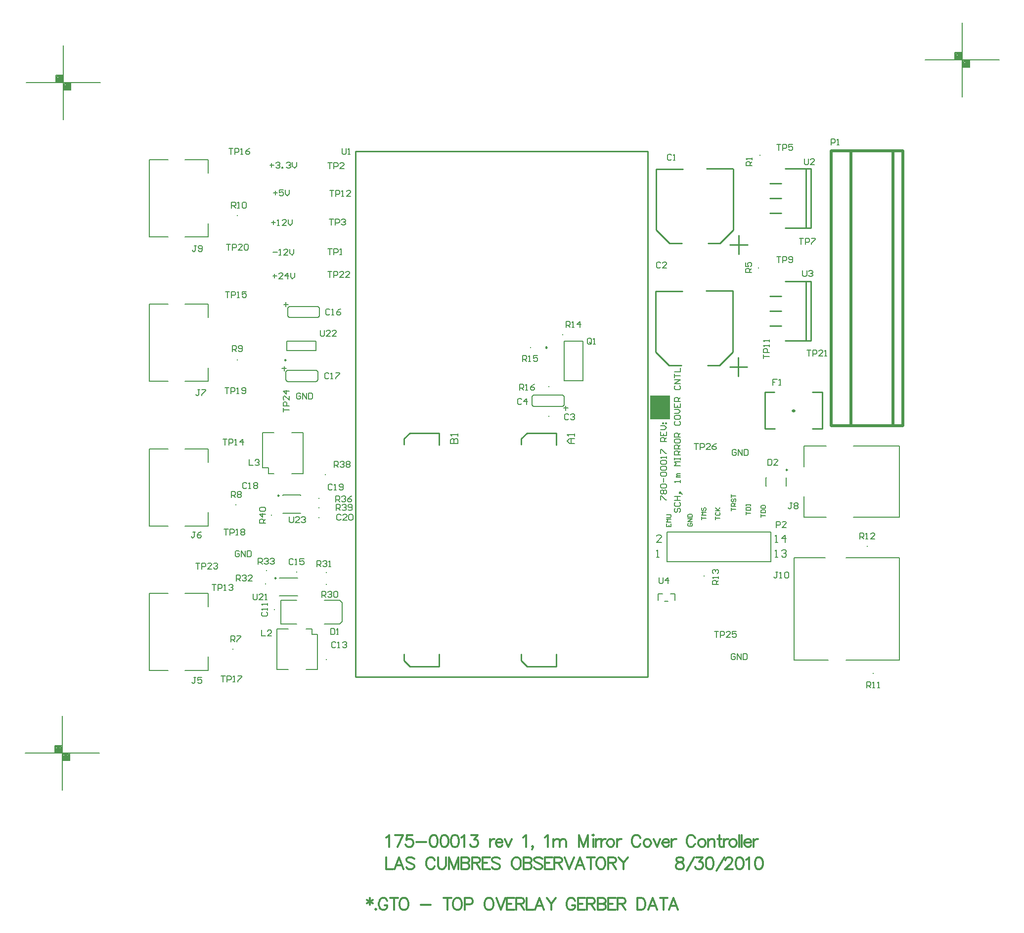
<source format=gto>
%FSLAX23Y23*%
%MOIN*%
G70*
G01*
G75*
G04 Layer_Color=65535*
%ADD10R,0.070X0.135*%
%ADD11R,0.135X0.070*%
%ADD12R,0.050X0.050*%
%ADD13O,0.028X0.098*%
%ADD14R,0.085X0.138*%
%ADD15R,0.085X0.043*%
%ADD16R,0.085X0.043*%
%ADD17R,0.078X0.048*%
%ADD18R,0.094X0.130*%
%ADD19R,0.050X0.050*%
%ADD20R,0.087X0.059*%
%ADD21O,0.024X0.010*%
%ADD22R,0.065X0.094*%
%ADD23R,0.035X0.053*%
%ADD24R,0.053X0.053*%
%ADD25R,0.063X0.075*%
%ADD26O,0.027X0.010*%
%ADD27R,0.036X0.036*%
%ADD28R,0.079X0.209*%
%ADD29R,0.115X0.050*%
%ADD30R,0.065X0.135*%
%ADD31R,0.098X0.268*%
%ADD32R,0.025X0.100*%
%ADD33R,0.057X0.012*%
%ADD34R,0.025X0.185*%
%ADD35C,0.008*%
%ADD36C,0.012*%
%ADD37C,0.010*%
%ADD38C,0.020*%
%ADD39C,0.005*%
%ADD40C,0.100*%
%ADD41C,0.030*%
%ADD42C,0.050*%
%ADD43C,0.025*%
%ADD44C,0.012*%
%ADD45C,0.012*%
%ADD46C,0.020*%
%ADD47R,0.059X0.059*%
%ADD48C,0.059*%
%ADD49C,0.087*%
%ADD50R,0.087X0.087*%
%ADD51C,0.079*%
%ADD52C,0.157*%
%ADD53C,0.060*%
%ADD54C,0.039*%
%ADD55C,0.200*%
%ADD56C,0.059*%
%ADD57R,0.059X0.059*%
%ADD58C,0.063*%
%ADD59C,0.116*%
%ADD60C,0.065*%
%ADD61C,0.100*%
%ADD62C,0.024*%
%ADD63C,0.026*%
%ADD64C,0.050*%
%ADD65C,0.040*%
%ADD66C,0.075*%
%ADD67C,0.087*%
%ADD68C,0.076*%
%ADD69C,0.131*%
%ADD70C,0.070*%
G04:AMPARAMS|DCode=71|XSize=90mil|YSize=90mil|CornerRadius=0mil|HoleSize=0mil|Usage=FLASHONLY|Rotation=0.000|XOffset=0mil|YOffset=0mil|HoleType=Round|Shape=Relief|Width=10mil|Gap=10mil|Entries=4|*
%AMTHD71*
7,0,0,0.090,0.070,0.010,45*
%
%ADD71THD71*%
%ADD72C,0.080*%
%ADD73C,0.131*%
%ADD74C,0.075*%
%ADD75C,0.168*%
%ADD76C,0.080*%
%ADD77C,0.103*%
G04:AMPARAMS|DCode=78|XSize=110mil|YSize=110mil|CornerRadius=0mil|HoleSize=0mil|Usage=FLASHONLY|Rotation=0.000|XOffset=0mil|YOffset=0mil|HoleType=Round|Shape=Relief|Width=10mil|Gap=10mil|Entries=4|*
%AMTHD78*
7,0,0,0.110,0.090,0.010,45*
%
%ADD78THD78*%
G04:AMPARAMS|DCode=79|XSize=70mil|YSize=70mil|CornerRadius=0mil|HoleSize=0mil|Usage=FLASHONLY|Rotation=0.000|XOffset=0mil|YOffset=0mil|HoleType=Round|Shape=Relief|Width=10mil|Gap=10mil|Entries=4|*
%AMTHD79*
7,0,0,0.070,0.050,0.010,45*
%
%ADD79THD79*%
%ADD80C,0.053*%
G04:AMPARAMS|DCode=81|XSize=120mil|YSize=120mil|CornerRadius=0mil|HoleSize=0mil|Usage=FLASHONLY|Rotation=0.000|XOffset=0mil|YOffset=0mil|HoleType=Round|Shape=Relief|Width=10mil|Gap=10mil|Entries=4|*
%AMTHD81*
7,0,0,0.120,0.100,0.010,45*
%
%ADD81THD81*%
%ADD82C,0.068*%
G04:AMPARAMS|DCode=83|XSize=95.433mil|YSize=95.433mil|CornerRadius=0mil|HoleSize=0mil|Usage=FLASHONLY|Rotation=0.000|XOffset=0mil|YOffset=0mil|HoleType=Round|Shape=Relief|Width=10mil|Gap=10mil|Entries=4|*
%AMTHD83*
7,0,0,0.095,0.075,0.010,45*
%
%ADD83THD83*%
G04:AMPARAMS|DCode=84|XSize=107.244mil|YSize=107.244mil|CornerRadius=0mil|HoleSize=0mil|Usage=FLASHONLY|Rotation=0.000|XOffset=0mil|YOffset=0mil|HoleType=Round|Shape=Relief|Width=10mil|Gap=10mil|Entries=4|*
%AMTHD84*
7,0,0,0.107,0.087,0.010,45*
%
%ADD84THD84*%
G04:AMPARAMS|DCode=85|XSize=96.221mil|YSize=96.221mil|CornerRadius=0mil|HoleSize=0mil|Usage=FLASHONLY|Rotation=0.000|XOffset=0mil|YOffset=0mil|HoleType=Round|Shape=Relief|Width=10mil|Gap=10mil|Entries=4|*
%AMTHD85*
7,0,0,0.096,0.076,0.010,45*
%
%ADD85THD85*%
G04:AMPARAMS|DCode=86|XSize=150.551mil|YSize=150.551mil|CornerRadius=0mil|HoleSize=0mil|Usage=FLASHONLY|Rotation=0.000|XOffset=0mil|YOffset=0mil|HoleType=Round|Shape=Relief|Width=10mil|Gap=10mil|Entries=4|*
%AMTHD86*
7,0,0,0.151,0.131,0.010,45*
%
%ADD86THD86*%
G04:AMPARAMS|DCode=87|XSize=100mil|YSize=100mil|CornerRadius=0mil|HoleSize=0mil|Usage=FLASHONLY|Rotation=0.000|XOffset=0mil|YOffset=0mil|HoleType=Round|Shape=Relief|Width=10mil|Gap=10mil|Entries=4|*
%AMTHD87*
7,0,0,0.100,0.080,0.010,45*
%
%ADD87THD87*%
G04:AMPARAMS|DCode=88|XSize=123mil|YSize=123mil|CornerRadius=0mil|HoleSize=0mil|Usage=FLASHONLY|Rotation=0.000|XOffset=0mil|YOffset=0mil|HoleType=Round|Shape=Relief|Width=10mil|Gap=10mil|Entries=4|*
%AMTHD88*
7,0,0,0.123,0.103,0.010,45*
%
%ADD88THD88*%
%ADD89C,0.090*%
G04:AMPARAMS|DCode=90|XSize=72.992mil|YSize=72.992mil|CornerRadius=0mil|HoleSize=0mil|Usage=FLASHONLY|Rotation=0.000|XOffset=0mil|YOffset=0mil|HoleType=Round|Shape=Relief|Width=10mil|Gap=10mil|Entries=4|*
%AMTHD90*
7,0,0,0.073,0.053,0.010,45*
%
%ADD90THD90*%
G04:AMPARAMS|DCode=91|XSize=88mil|YSize=88mil|CornerRadius=0mil|HoleSize=0mil|Usage=FLASHONLY|Rotation=0.000|XOffset=0mil|YOffset=0mil|HoleType=Round|Shape=Relief|Width=10mil|Gap=10mil|Entries=4|*
%AMTHD91*
7,0,0,0.088,0.068,0.010,45*
%
%ADD91THD91*%
%ADD92C,0.010*%
%ADD93C,0.010*%
%ADD94C,0.020*%
%ADD95C,0.008*%
%ADD96C,0.007*%
%ADD97C,0.006*%
%ADD98R,0.136X0.162*%
D35*
X12866Y13111D02*
X12856Y13107D01*
X12852Y13097D01*
Y13049D02*
X12856Y13039D01*
X12866Y13035D01*
X13054D02*
X13064Y13039D01*
X13068Y13049D01*
Y13097D02*
X13064Y13107D01*
X13054Y13111D01*
X12855Y12680D02*
X12845Y12676D01*
X12841Y12666D01*
Y12618D02*
X12845Y12608D01*
X12855Y12604D01*
X13043D02*
X13053Y12608D01*
X13057Y12618D01*
Y12666D02*
X13053Y12676D01*
X13043Y12680D01*
X14702Y12437D02*
X14712Y12441D01*
X14716Y12451D01*
Y12499D02*
X14712Y12509D01*
X14702Y12513D01*
X14514D02*
X14504Y12509D01*
X14500Y12499D01*
Y12451D02*
X14504Y12441D01*
X14514Y12437D01*
X13068Y13049D02*
Y13097D01*
X12852Y13049D02*
Y13097D01*
X12866Y13111D02*
X13054D01*
X12866Y13035D02*
X13054D01*
X13057Y12618D02*
Y12666D01*
X12841Y12618D02*
Y12666D01*
X12855Y12680D02*
X13043D01*
X12855Y12604D02*
X13043D01*
X14500Y12451D02*
Y12499D01*
X14716Y12451D02*
Y12499D01*
X14514Y12437D02*
X14702D01*
X14514Y12513D02*
X14702D01*
X15595Y12187D02*
X15622D01*
X15608D01*
Y12147D01*
X15635D02*
Y12187D01*
X15655D01*
X15662Y12181D01*
Y12167D01*
X15655Y12161D01*
X15635D01*
X15702Y12147D02*
X15675D01*
X15702Y12174D01*
Y12181D01*
X15695Y12187D01*
X15682D01*
X15675Y12181D01*
X15742Y12187D02*
X15728Y12181D01*
X15715Y12167D01*
Y12154D01*
X15722Y12147D01*
X15735D01*
X15742Y12154D01*
Y12161D01*
X15735Y12167D01*
X15715D01*
X15730Y10921D02*
X15756D01*
X15743D01*
Y10881D01*
X15770D02*
Y10921D01*
X15790D01*
X15796Y10914D01*
Y10901D01*
X15790Y10894D01*
X15770D01*
X15836Y10881D02*
X15810D01*
X15836Y10907D01*
Y10914D01*
X15829Y10921D01*
X15816D01*
X15810Y10914D01*
X15876Y10921D02*
X15849D01*
Y10901D01*
X15863Y10907D01*
X15869D01*
X15876Y10901D01*
Y10887D01*
X15869Y10881D01*
X15856D01*
X15849Y10887D01*
X12822Y12401D02*
Y12427D01*
Y12414D01*
X12862D01*
Y12441D02*
X12822D01*
Y12461D01*
X12828Y12467D01*
X12842D01*
X12848Y12461D01*
Y12441D01*
X12862Y12507D02*
Y12481D01*
X12835Y12507D01*
X12828D01*
X12822Y12501D01*
Y12487D01*
X12828Y12481D01*
X12862Y12541D02*
X12822D01*
X12842Y12521D01*
Y12547D01*
X12233Y11381D02*
X12260D01*
X12246D01*
Y11341D01*
X12273D02*
Y11381D01*
X12293D01*
X12300Y11375D01*
Y11361D01*
X12293Y11355D01*
X12273D01*
X12340Y11341D02*
X12313D01*
X12340Y11368D01*
Y11375D01*
X12333Y11381D01*
X12320D01*
X12313Y11375D01*
X12353D02*
X12360Y11381D01*
X12373D01*
X12380Y11375D01*
Y11368D01*
X12373Y11361D01*
X12366D01*
X12373D01*
X12380Y11355D01*
Y11348D01*
X12373Y11341D01*
X12360D01*
X12353Y11348D01*
X13124Y13347D02*
X13151D01*
X13137D01*
Y13307D01*
X13164D02*
Y13347D01*
X13184D01*
X13191Y13341D01*
Y13327D01*
X13184Y13321D01*
X13164D01*
X13231Y13307D02*
X13204D01*
X13231Y13334D01*
Y13341D01*
X13224Y13347D01*
X13211D01*
X13204Y13341D01*
X13271Y13307D02*
X13244D01*
X13271Y13334D01*
Y13341D01*
X13264Y13347D01*
X13251D01*
X13244Y13341D01*
X16353Y12816D02*
X16379D01*
X16366D01*
Y12776D01*
X16393D02*
Y12816D01*
X16413D01*
X16419Y12809D01*
Y12796D01*
X16413Y12789D01*
X16393D01*
X16459Y12776D02*
X16433D01*
X16459Y12802D01*
Y12809D01*
X16452Y12816D01*
X16439D01*
X16433Y12809D01*
X16472Y12776D02*
X16486D01*
X16479D01*
Y12816D01*
X16472Y12809D01*
X12439Y13531D02*
X12466D01*
X12452D01*
Y13491D01*
X12479D02*
Y13531D01*
X12499D01*
X12506Y13525D01*
Y13511D01*
X12499Y13505D01*
X12479D01*
X12546Y13491D02*
X12519D01*
X12546Y13518D01*
Y13525D01*
X12539Y13531D01*
X12526D01*
X12519Y13525D01*
X12559D02*
X12566Y13531D01*
X12579D01*
X12586Y13525D01*
Y13498D01*
X12579Y13491D01*
X12566D01*
X12559Y13498D01*
Y13525D01*
X12431Y12563D02*
X12458D01*
X12444D01*
Y12523D01*
X12471D02*
Y12563D01*
X12491D01*
X12498Y12557D01*
Y12543D01*
X12491Y12537D01*
X12471D01*
X12511Y12523D02*
X12524D01*
X12518D01*
Y12563D01*
X12511Y12557D01*
X12544Y12530D02*
X12551Y12523D01*
X12564D01*
X12571Y12530D01*
Y12557D01*
X12564Y12563D01*
X12551D01*
X12544Y12557D01*
Y12550D01*
X12551Y12543D01*
X12571D01*
X12425Y11608D02*
X12452D01*
X12438D01*
Y11568D01*
X12465D02*
Y11608D01*
X12485D01*
X12492Y11602D01*
Y11588D01*
X12485Y11582D01*
X12465D01*
X12505Y11568D02*
X12518D01*
X12512D01*
Y11608D01*
X12505Y11602D01*
X12538D02*
X12545Y11608D01*
X12558D01*
X12565Y11602D01*
Y11595D01*
X12558Y11588D01*
X12565Y11582D01*
Y11575D01*
X12558Y11568D01*
X12545D01*
X12538Y11575D01*
Y11582D01*
X12545Y11588D01*
X12538Y11595D01*
Y11602D01*
X12545Y11588D02*
X12558D01*
X12405Y10620D02*
X12432D01*
X12418D01*
Y10580D01*
X12445D02*
Y10620D01*
X12465D01*
X12472Y10614D01*
Y10600D01*
X12465Y10594D01*
X12445D01*
X12485Y10580D02*
X12498D01*
X12492D01*
Y10620D01*
X12485Y10614D01*
X12518Y10620D02*
X12545D01*
Y10614D01*
X12518Y10587D01*
Y10580D01*
X12456Y14175D02*
X12483D01*
X12469D01*
Y14135D01*
X12496D02*
Y14175D01*
X12516D01*
X12523Y14169D01*
Y14155D01*
X12516Y14149D01*
X12496D01*
X12536Y14135D02*
X12549D01*
X12543D01*
Y14175D01*
X12536Y14169D01*
X12596Y14175D02*
X12583Y14169D01*
X12569Y14155D01*
Y14142D01*
X12576Y14135D01*
X12589D01*
X12596Y14142D01*
Y14149D01*
X12589Y14155D01*
X12569D01*
X12433Y13211D02*
X12460D01*
X12446D01*
Y13171D01*
X12473D02*
Y13211D01*
X12493D01*
X12500Y13205D01*
Y13191D01*
X12493Y13185D01*
X12473D01*
X12513Y13171D02*
X12526D01*
X12520D01*
Y13211D01*
X12513Y13205D01*
X12573Y13211D02*
X12546D01*
Y13191D01*
X12560Y13198D01*
X12566D01*
X12573Y13191D01*
Y13178D01*
X12566Y13171D01*
X12553D01*
X12546Y13178D01*
X12416Y12215D02*
X12443D01*
X12429D01*
Y12175D01*
X12456D02*
Y12215D01*
X12476D01*
X12483Y12209D01*
Y12195D01*
X12476Y12189D01*
X12456D01*
X12496Y12175D02*
X12509D01*
X12503D01*
Y12215D01*
X12496Y12209D01*
X12549Y12175D02*
Y12215D01*
X12529Y12195D01*
X12556D01*
X12344Y11236D02*
X12371D01*
X12357D01*
Y11196D01*
X12384D02*
Y11236D01*
X12404D01*
X12411Y11230D01*
Y11216D01*
X12404Y11210D01*
X12384D01*
X12424Y11196D02*
X12437D01*
X12431D01*
Y11236D01*
X12424Y11230D01*
X12457D02*
X12464Y11236D01*
X12477D01*
X12484Y11230D01*
Y11223D01*
X12477Y11216D01*
X12471D01*
X12477D01*
X12484Y11210D01*
Y11203D01*
X12477Y11196D01*
X12464D01*
X12457Y11203D01*
X13136Y13892D02*
X13163D01*
X13149D01*
Y13852D01*
X13176D02*
Y13892D01*
X13196D01*
X13203Y13886D01*
Y13872D01*
X13196Y13866D01*
X13176D01*
X13216Y13852D02*
X13229D01*
X13223D01*
Y13892D01*
X13216Y13886D01*
X13276Y13852D02*
X13249D01*
X13276Y13879D01*
Y13886D01*
X13269Y13892D01*
X13256D01*
X13249Y13886D01*
X13072Y12948D02*
Y12915D01*
X13079Y12908D01*
X13092D01*
X13099Y12915D01*
Y12948D01*
X13139Y12908D02*
X13112D01*
X13139Y12935D01*
Y12942D01*
X13132Y12948D01*
X13119D01*
X13112Y12942D01*
X13179Y12908D02*
X13152D01*
X13179Y12935D01*
Y12942D01*
X13172Y12948D01*
X13159D01*
X13152Y12942D01*
X13125Y13500D02*
X13152D01*
X13138D01*
Y13460D01*
X13165D02*
Y13500D01*
X13185D01*
X13192Y13494D01*
Y13480D01*
X13185Y13474D01*
X13165D01*
X13205Y13460D02*
X13218D01*
X13212D01*
Y13500D01*
X13205Y13494D01*
X14416Y12545D02*
Y12585D01*
X14436D01*
X14443Y12579D01*
Y12565D01*
X14436Y12559D01*
X14416D01*
X14429D02*
X14443Y12545D01*
X14456D02*
X14469D01*
X14463D01*
Y12585D01*
X14456Y12579D01*
X14516Y12585D02*
X14503Y12579D01*
X14489Y12565D01*
Y12552D01*
X14496Y12545D01*
X14509D01*
X14516Y12552D01*
Y12559D01*
X14509Y12565D01*
X14489D01*
X14438Y12738D02*
Y12778D01*
X14458D01*
X14465Y12772D01*
Y12758D01*
X14458Y12752D01*
X14438D01*
X14451D02*
X14465Y12738D01*
X14478D02*
X14491D01*
X14485D01*
Y12778D01*
X14478Y12772D01*
X14538Y12778D02*
X14511D01*
Y12758D01*
X14525Y12765D01*
X14531D01*
X14538Y12758D01*
Y12745D01*
X14531Y12738D01*
X14518D01*
X14511Y12745D01*
X14731Y12969D02*
Y13009D01*
X14751D01*
X14758Y13003D01*
Y12989D01*
X14751Y12983D01*
X14731D01*
X14744D02*
X14758Y12969D01*
X14771D02*
X14784D01*
X14778D01*
Y13009D01*
X14771Y13003D01*
X14824Y12969D02*
Y13009D01*
X14804Y12989D01*
X14831D01*
X14900Y12864D02*
Y12891D01*
X14893Y12897D01*
X14880D01*
X14873Y12891D01*
Y12864D01*
X14880Y12857D01*
X14893D01*
X14886Y12871D02*
X14900Y12857D01*
X14893D02*
X14900Y12864D01*
X14913Y12857D02*
X14926D01*
X14920D01*
Y12897D01*
X14913Y12891D01*
X13131Y12657D02*
X13124Y12663D01*
X13111D01*
X13104Y12657D01*
Y12630D01*
X13111Y12623D01*
X13124D01*
X13131Y12630D01*
X13144Y12623D02*
X13157D01*
X13151D01*
Y12663D01*
X13144Y12657D01*
X13177Y12663D02*
X13204D01*
Y12657D01*
X13177Y12630D01*
Y12623D01*
X13137Y13088D02*
X13130Y13094D01*
X13117D01*
X13110Y13088D01*
Y13061D01*
X13117Y13054D01*
X13130D01*
X13137Y13061D01*
X13150Y13054D02*
X13163D01*
X13157D01*
Y13094D01*
X13150Y13088D01*
X13210Y13094D02*
X13197Y13088D01*
X13183Y13074D01*
Y13061D01*
X13190Y13054D01*
X13203D01*
X13210Y13061D01*
Y13068D01*
X13203Y13074D01*
X13183D01*
X14431Y12483D02*
X14424Y12489D01*
X14411D01*
X14404Y12483D01*
Y12456D01*
X14411Y12449D01*
X14424D01*
X14431Y12456D01*
X14464Y12449D02*
Y12489D01*
X14444Y12469D01*
X14471D01*
X14747Y12379D02*
X14740Y12385D01*
X14727D01*
X14720Y12379D01*
Y12352D01*
X14727Y12345D01*
X14740D01*
X14747Y12352D01*
X14760Y12379D02*
X14767Y12385D01*
X14780D01*
X14787Y12379D01*
Y12372D01*
X14780Y12365D01*
X14773D01*
X14780D01*
X14787Y12359D01*
Y12352D01*
X14780Y12345D01*
X14767D01*
X14760Y12352D01*
X13142Y10938D02*
Y10898D01*
X13162D01*
X13169Y10904D01*
Y10931D01*
X13162Y10938D01*
X13142D01*
X13182Y10898D02*
X13195D01*
X13189D01*
Y10938D01*
X13182Y10931D01*
X13125Y14080D02*
X13152D01*
X13138D01*
Y14040D01*
X13165D02*
Y14080D01*
X13185D01*
X13192Y14074D01*
Y14060D01*
X13185Y14054D01*
X13165D01*
X13232Y14040D02*
X13205D01*
X13232Y14067D01*
Y14074D01*
X13225Y14080D01*
X13212D01*
X13205Y14074D01*
X13178Y10843D02*
X13171Y10850D01*
X13158D01*
X13151Y10843D01*
Y10816D01*
X13158Y10810D01*
X13171D01*
X13178Y10816D01*
X13191Y10810D02*
X13204D01*
X13198D01*
Y10850D01*
X13191Y10843D01*
X13224D02*
X13231Y10850D01*
X13244D01*
X13251Y10843D01*
Y10836D01*
X13244Y10830D01*
X13238D01*
X13244D01*
X13251Y10823D01*
Y10816D01*
X13244Y10810D01*
X13231D01*
X13224Y10816D01*
X12889Y11404D02*
X12882Y11411D01*
X12869D01*
X12862Y11404D01*
Y11377D01*
X12869Y11371D01*
X12882D01*
X12889Y11377D01*
X12902Y11371D02*
X12915D01*
X12909D01*
Y11411D01*
X12902Y11404D01*
X12962Y11411D02*
X12935D01*
Y11391D01*
X12949Y11397D01*
X12955D01*
X12962Y11391D01*
Y11377D01*
X12955Y11371D01*
X12942D01*
X12935Y11377D01*
X12508Y11258D02*
Y11298D01*
X12528D01*
X12535Y11292D01*
Y11278D01*
X12528Y11272D01*
X12508D01*
X12521D02*
X12535Y11258D01*
X12548Y11292D02*
X12555Y11298D01*
X12568D01*
X12575Y11292D01*
Y11285D01*
X12568Y11278D01*
X12561D01*
X12568D01*
X12575Y11272D01*
Y11265D01*
X12568Y11258D01*
X12555D01*
X12548Y11265D01*
X12615Y11258D02*
X12588D01*
X12615Y11285D01*
Y11292D01*
X12608Y11298D01*
X12595D01*
X12588Y11292D01*
X12678Y10928D02*
Y10888D01*
X12705D01*
X12745D02*
X12718D01*
X12745Y10914D01*
Y10921D01*
X12738Y10928D01*
X12725D01*
X12718Y10921D01*
X13082Y11150D02*
Y11190D01*
X13102D01*
X13109Y11183D01*
Y11170D01*
X13102Y11163D01*
X13082D01*
X13095D02*
X13109Y11150D01*
X13122Y11183D02*
X13129Y11190D01*
X13142D01*
X13149Y11183D01*
Y11176D01*
X13142Y11170D01*
X13135D01*
X13142D01*
X13149Y11163D01*
Y11156D01*
X13142Y11150D01*
X13129D01*
X13122Y11156D01*
X13162Y11183D02*
X13169Y11190D01*
X13182D01*
X13189Y11183D01*
Y11156D01*
X13182Y11150D01*
X13169D01*
X13162Y11156D01*
Y11183D01*
X13049Y11356D02*
Y11396D01*
X13069D01*
X13076Y11389D01*
Y11376D01*
X13069Y11369D01*
X13049D01*
X13062D02*
X13076Y11356D01*
X13089Y11389D02*
X13096Y11396D01*
X13109D01*
X13116Y11389D01*
Y11382D01*
X13109Y11376D01*
X13102D01*
X13109D01*
X13116Y11369D01*
Y11362D01*
X13109Y11356D01*
X13096D01*
X13089Y11362D01*
X13129Y11356D02*
X13142D01*
X13136D01*
Y11396D01*
X13129Y11389D01*
X12620Y11172D02*
Y11138D01*
X12627Y11132D01*
X12640D01*
X12647Y11138D01*
Y11172D01*
X12687Y11132D02*
X12660D01*
X12687Y11158D01*
Y11165D01*
X12680Y11172D01*
X12667D01*
X12660Y11165D01*
X12700Y11132D02*
X12713D01*
X12707D01*
Y11172D01*
X12700Y11165D01*
X12655Y11374D02*
Y11414D01*
X12675D01*
X12682Y11407D01*
Y11394D01*
X12675Y11387D01*
X12655D01*
X12668D02*
X12682Y11374D01*
X12695Y11407D02*
X12702Y11414D01*
X12715D01*
X12722Y11407D01*
Y11400D01*
X12715Y11394D01*
X12708D01*
X12715D01*
X12722Y11387D01*
Y11380D01*
X12715Y11374D01*
X12702D01*
X12695Y11380D01*
X12735Y11407D02*
X12742Y11414D01*
X12755D01*
X12762Y11407D01*
Y11400D01*
X12755Y11394D01*
X12748D01*
X12755D01*
X12762Y11387D01*
Y11380D01*
X12755Y11374D01*
X12742D01*
X12735Y11380D01*
X12685Y11048D02*
X12678Y11042D01*
Y11028D01*
X12685Y11022D01*
X12711D01*
X12718Y11028D01*
Y11042D01*
X12711Y11048D01*
X12718Y11062D02*
Y11075D01*
Y11068D01*
X12678D01*
X12685Y11062D01*
X12718Y11095D02*
Y11108D01*
Y11102D01*
X12678D01*
X12685Y11095D01*
X12703Y11651D02*
X12663D01*
Y11671D01*
X12670Y11677D01*
X12683D01*
X12690Y11671D01*
Y11651D01*
Y11664D02*
X12703Y11677D01*
Y11711D02*
X12663D01*
X12683Y11691D01*
Y11717D01*
X12670Y11731D02*
X12663Y11737D01*
Y11751D01*
X12670Y11757D01*
X12697D01*
X12703Y11751D01*
Y11737D01*
X12697Y11731D01*
X12670D01*
X13212Y11702D02*
X13205Y11709D01*
X13192D01*
X13185Y11702D01*
Y11675D01*
X13192Y11669D01*
X13205D01*
X13212Y11675D01*
X13252Y11669D02*
X13225D01*
X13252Y11695D01*
Y11702D01*
X13245Y11709D01*
X13232D01*
X13225Y11702D01*
X13265D02*
X13272Y11709D01*
X13285D01*
X13292Y11702D01*
Y11675D01*
X13285Y11669D01*
X13272D01*
X13265Y11675D01*
Y11702D01*
X13178Y11794D02*
Y11834D01*
X13198D01*
X13205Y11827D01*
Y11814D01*
X13198Y11807D01*
X13178D01*
X13192D02*
X13205Y11794D01*
X13218Y11827D02*
X13225Y11834D01*
X13238D01*
X13245Y11827D01*
Y11820D01*
X13238Y11814D01*
X13232D01*
X13238D01*
X13245Y11807D01*
Y11800D01*
X13238Y11794D01*
X13225D01*
X13218Y11800D01*
X13285Y11834D02*
X13272Y11827D01*
X13258Y11814D01*
Y11800D01*
X13265Y11794D01*
X13278D01*
X13285Y11800D01*
Y11807D01*
X13278Y11814D01*
X13258D01*
X13155Y11906D02*
X13148Y11913D01*
X13135D01*
X13128Y11906D01*
Y11879D01*
X13135Y11873D01*
X13148D01*
X13155Y11879D01*
X13168Y11873D02*
X13181D01*
X13175D01*
Y11913D01*
X13168Y11906D01*
X13201Y11879D02*
X13208Y11873D01*
X13221D01*
X13228Y11879D01*
Y11906D01*
X13221Y11913D01*
X13208D01*
X13201Y11906D01*
Y11899D01*
X13208Y11893D01*
X13228D01*
X12577Y11917D02*
X12570Y11924D01*
X12557D01*
X12550Y11917D01*
Y11890D01*
X12557Y11884D01*
X12570D01*
X12577Y11890D01*
X12590Y11884D02*
X12604D01*
X12597D01*
Y11924D01*
X12590Y11917D01*
X12624D02*
X12630Y11924D01*
X12644D01*
X12650Y11917D01*
Y11910D01*
X12644Y11904D01*
X12650Y11897D01*
Y11890D01*
X12644Y11884D01*
X12630D01*
X12624Y11890D01*
Y11897D01*
X12630Y11904D01*
X12624Y11910D01*
Y11917D01*
X12630Y11904D02*
X12644D01*
X12594Y12078D02*
Y12038D01*
X12621D01*
X12634Y12071D02*
X12641Y12078D01*
X12654D01*
X12661Y12071D01*
Y12064D01*
X12654Y12058D01*
X12648D01*
X12654D01*
X12661Y12051D01*
Y12044D01*
X12654Y12038D01*
X12641D01*
X12634Y12044D01*
X13181Y11735D02*
Y11775D01*
X13201D01*
X13208Y11768D01*
Y11755D01*
X13201Y11748D01*
X13181D01*
X13195D02*
X13208Y11735D01*
X13221Y11768D02*
X13228Y11775D01*
X13241D01*
X13248Y11768D01*
Y11761D01*
X13241Y11755D01*
X13235D01*
X13241D01*
X13248Y11748D01*
Y11741D01*
X13241Y11735D01*
X13228D01*
X13221Y11741D01*
X13261D02*
X13268Y11735D01*
X13281D01*
X13288Y11741D01*
Y11768D01*
X13281Y11775D01*
X13268D01*
X13261Y11768D01*
Y11761D01*
X13268Y11755D01*
X13288D01*
X13166Y12026D02*
Y12066D01*
X13186D01*
X13193Y12060D01*
Y12046D01*
X13186Y12040D01*
X13166D01*
X13179D02*
X13193Y12026D01*
X13206Y12060D02*
X13213Y12066D01*
X13226D01*
X13233Y12060D01*
Y12053D01*
X13226Y12046D01*
X13219D01*
X13226D01*
X13233Y12040D01*
Y12033D01*
X13226Y12026D01*
X13213D01*
X13206Y12033D01*
X13246Y12060D02*
X13253Y12066D01*
X13266D01*
X13273Y12060D01*
Y12053D01*
X13266Y12046D01*
X13273Y12040D01*
Y12033D01*
X13266Y12026D01*
X13253D01*
X13246Y12033D01*
Y12040D01*
X13253Y12046D01*
X13246Y12053D01*
Y12060D01*
X13253Y12046D02*
X13266D01*
X12865Y11694D02*
Y11660D01*
X12872Y11654D01*
X12885D01*
X12892Y11660D01*
Y11694D01*
X12932Y11654D02*
X12905D01*
X12932Y11680D01*
Y11687D01*
X12925Y11694D01*
X12912D01*
X12905Y11687D01*
X12945D02*
X12952Y11694D01*
X12965D01*
X12972Y11687D01*
Y11680D01*
X12965Y11674D01*
X12959D01*
X12965D01*
X12972Y11667D01*
Y11660D01*
X12965Y11654D01*
X12952D01*
X12945Y11660D01*
X13135Y13699D02*
X13162D01*
X13148D01*
Y13659D01*
X13175D02*
Y13699D01*
X13195D01*
X13202Y13693D01*
Y13679D01*
X13195Y13673D01*
X13175D01*
X13215Y13693D02*
X13222Y13699D01*
X13235D01*
X13242Y13693D01*
Y13686D01*
X13235Y13679D01*
X13228D01*
X13235D01*
X13242Y13673D01*
Y13666D01*
X13235Y13659D01*
X13222D01*
X13215Y13666D01*
X15357Y11282D02*
Y11248D01*
X15363Y11242D01*
X15377D01*
X15383Y11248D01*
Y11282D01*
X15417Y11242D02*
Y11282D01*
X15397Y11262D01*
X15423D01*
X15758Y11235D02*
X15718D01*
Y11255D01*
X15725Y11262D01*
X15738D01*
X15745Y11255D01*
Y11235D01*
Y11249D02*
X15758Y11262D01*
Y11275D02*
Y11289D01*
Y11282D01*
X15718D01*
X15725Y11275D01*
Y11309D02*
X15718Y11315D01*
Y11329D01*
X15725Y11335D01*
X15731D01*
X15738Y11329D01*
Y11322D01*
Y11329D01*
X15745Y11335D01*
X15751D01*
X15758Y11329D01*
Y11315D01*
X15751Y11309D01*
X16709Y11542D02*
Y11582D01*
X16729D01*
X16736Y11576D01*
Y11562D01*
X16729Y11556D01*
X16709D01*
X16722D02*
X16736Y11542D01*
X16749D02*
X16762D01*
X16756D01*
Y11582D01*
X16749Y11576D01*
X16809Y11542D02*
X16782D01*
X16809Y11569D01*
Y11576D01*
X16802Y11582D01*
X16789D01*
X16782Y11576D01*
X16758Y10540D02*
Y10580D01*
X16778D01*
X16785Y10574D01*
Y10560D01*
X16778Y10554D01*
X16758D01*
X16771D02*
X16785Y10540D01*
X16798D02*
X16811D01*
X16805D01*
Y10580D01*
X16798Y10574D01*
X16831Y10540D02*
X16845D01*
X16838D01*
Y10580D01*
X16831Y10574D01*
X12475Y13774D02*
Y13814D01*
X12495D01*
X12502Y13808D01*
Y13794D01*
X12495Y13788D01*
X12475D01*
X12488D02*
X12502Y13774D01*
X12515D02*
X12528D01*
X12522D01*
Y13814D01*
X12515Y13808D01*
X12548D02*
X12555Y13814D01*
X12568D01*
X12575Y13808D01*
Y13781D01*
X12568Y13774D01*
X12555D01*
X12548Y13781D01*
Y13808D01*
X12480Y12806D02*
Y12846D01*
X12500D01*
X12507Y12840D01*
Y12826D01*
X12500Y12820D01*
X12480D01*
X12493D02*
X12507Y12806D01*
X12520Y12813D02*
X12527Y12806D01*
X12540D01*
X12547Y12813D01*
Y12840D01*
X12540Y12846D01*
X12527D01*
X12520Y12840D01*
Y12833D01*
X12527Y12826D01*
X12547D01*
X12473Y11823D02*
Y11863D01*
X12493D01*
X12500Y11857D01*
Y11843D01*
X12493Y11837D01*
X12473D01*
X12486D02*
X12500Y11823D01*
X12513Y11857D02*
X12520Y11863D01*
X12533D01*
X12540Y11857D01*
Y11850D01*
X12533Y11843D01*
X12540Y11837D01*
Y11830D01*
X12533Y11823D01*
X12520D01*
X12513Y11830D01*
Y11837D01*
X12520Y11843D01*
X12513Y11850D01*
Y11857D01*
X12520Y11843D02*
X12533D01*
X12471Y10850D02*
Y10890D01*
X12491D01*
X12498Y10884D01*
Y10870D01*
X12491Y10864D01*
X12471D01*
X12484D02*
X12498Y10850D01*
X12511Y10890D02*
X12538D01*
Y10884D01*
X12511Y10857D01*
Y10850D01*
X16147Y11621D02*
Y11661D01*
X16167D01*
X16174Y11655D01*
Y11641D01*
X16167Y11635D01*
X16147D01*
X16214Y11621D02*
X16187D01*
X16214Y11648D01*
Y11655D01*
X16207Y11661D01*
X16194D01*
X16187Y11655D01*
X16152Y12619D02*
X16125D01*
Y12599D01*
X16138D01*
X16125D01*
Y12579D01*
X16165D02*
X16178D01*
X16172D01*
Y12619D01*
X16165Y12613D01*
X15439Y14131D02*
X15432Y14137D01*
X15419D01*
X15412Y14131D01*
Y14104D01*
X15419Y14097D01*
X15432D01*
X15439Y14104D01*
X15452Y14097D02*
X15465D01*
X15459D01*
Y14137D01*
X15452Y14131D01*
X15366Y13403D02*
X15360Y13410D01*
X15346D01*
X15340Y13403D01*
Y13376D01*
X15346Y13370D01*
X15360D01*
X15366Y13376D01*
X15406Y13370D02*
X15380D01*
X15406Y13396D01*
Y13403D01*
X15400Y13410D01*
X15386D01*
X15380Y13403D01*
X16091Y12081D02*
Y12041D01*
X16111D01*
X16118Y12048D01*
Y12075D01*
X16111Y12081D01*
X16091D01*
X16158Y12041D02*
X16131D01*
X16158Y12068D01*
Y12075D01*
X16151Y12081D01*
X16138D01*
X16131Y12075D01*
X12235Y10608D02*
X12221D01*
X12228D01*
Y10575D01*
X12221Y10568D01*
X12215D01*
X12208Y10575D01*
X12275Y10608D02*
X12248D01*
Y10588D01*
X12261Y10595D01*
X12268D01*
X12275Y10588D01*
Y10575D01*
X12268Y10568D01*
X12255D01*
X12248Y10575D01*
X12229Y11591D02*
X12215D01*
X12222D01*
Y11558D01*
X12215Y11551D01*
X12209D01*
X12202Y11558D01*
X12269Y11591D02*
X12255Y11585D01*
X12242Y11571D01*
Y11558D01*
X12249Y11551D01*
X12262D01*
X12269Y11558D01*
Y11565D01*
X12262Y11571D01*
X12242D01*
X12261Y12549D02*
X12247D01*
X12254D01*
Y12516D01*
X12247Y12509D01*
X12241D01*
X12234Y12516D01*
X12274Y12549D02*
X12301D01*
Y12543D01*
X12274Y12516D01*
Y12509D01*
X16254Y11786D02*
X16240D01*
X16247D01*
Y11753D01*
X16240Y11746D01*
X16234D01*
X16227Y11753D01*
X16267Y11780D02*
X16274Y11786D01*
X16287D01*
X16294Y11780D01*
Y11773D01*
X16287Y11766D01*
X16294Y11760D01*
Y11753D01*
X16287Y11746D01*
X16274D01*
X16267Y11753D01*
Y11760D01*
X16274Y11766D01*
X16267Y11773D01*
Y11780D01*
X16274Y11766D02*
X16287D01*
X12237Y13521D02*
X12223D01*
X12230D01*
Y13488D01*
X12223Y13481D01*
X12217D01*
X12210Y13488D01*
X12250D02*
X12257Y13481D01*
X12270D01*
X12277Y13488D01*
Y13515D01*
X12270Y13521D01*
X12257D01*
X12250Y13515D01*
Y13508D01*
X12257Y13501D01*
X12277D01*
X16157Y11319D02*
X16143D01*
X16150D01*
Y11286D01*
X16143Y11279D01*
X16137D01*
X16130Y11286D01*
X16170Y11279D02*
X16183D01*
X16177D01*
Y11319D01*
X16170Y11313D01*
X16203D02*
X16210Y11319D01*
X16223D01*
X16230Y11313D01*
Y11286D01*
X16223Y11279D01*
X16210D01*
X16203Y11286D01*
Y11313D01*
X16517Y14199D02*
Y14239D01*
X16537D01*
X16544Y14233D01*
Y14219D01*
X16537Y14213D01*
X16517D01*
X16557Y14199D02*
X16570D01*
X16564D01*
Y14239D01*
X16557Y14233D01*
X15983Y14059D02*
X15943D01*
Y14079D01*
X15950Y14086D01*
X15963D01*
X15970Y14079D01*
Y14059D01*
Y14073D02*
X15983Y14086D01*
Y14099D02*
Y14113D01*
Y14106D01*
X15943D01*
X15950Y14099D01*
X15981Y13339D02*
X15941D01*
Y13359D01*
X15948Y13366D01*
X15961D01*
X15968Y13359D01*
Y13339D01*
Y13353D02*
X15981Y13366D01*
X15941Y13406D02*
Y13379D01*
X15961D01*
X15954Y13393D01*
Y13399D01*
X15961Y13406D01*
X15974D01*
X15981Y13399D01*
Y13386D01*
X15974Y13379D01*
X16149Y14203D02*
X16176D01*
X16162D01*
Y14163D01*
X16189D02*
Y14203D01*
X16209D01*
X16216Y14197D01*
Y14183D01*
X16209Y14177D01*
X16189D01*
X16256Y14203D02*
X16229D01*
Y14183D01*
X16242Y14190D01*
X16249D01*
X16256Y14183D01*
Y14170D01*
X16249Y14163D01*
X16236D01*
X16229Y14170D01*
X16302Y13568D02*
X16329D01*
X16315D01*
Y13528D01*
X16342D02*
Y13568D01*
X16362D01*
X16369Y13562D01*
Y13548D01*
X16362Y13542D01*
X16342D01*
X16382Y13568D02*
X16409D01*
Y13562D01*
X16382Y13535D01*
Y13528D01*
X16151Y13445D02*
X16178D01*
X16164D01*
Y13405D01*
X16191D02*
Y13445D01*
X16211D01*
X16218Y13439D01*
Y13425D01*
X16211Y13419D01*
X16191D01*
X16231Y13412D02*
X16238Y13405D01*
X16251D01*
X16258Y13412D01*
Y13439D01*
X16251Y13445D01*
X16238D01*
X16231Y13439D01*
Y13432D01*
X16238Y13425D01*
X16258D01*
X16061Y12760D02*
Y12787D01*
Y12773D01*
X16101D01*
Y12800D02*
X16061D01*
Y12820D01*
X16067Y12827D01*
X16081D01*
X16087Y12820D01*
Y12800D01*
X16101Y12840D02*
Y12853D01*
Y12847D01*
X16061D01*
X16067Y12840D01*
X16101Y12873D02*
Y12887D01*
Y12880D01*
X16061D01*
X16067Y12873D01*
X13219Y14175D02*
Y14142D01*
X13226Y14135D01*
X13239D01*
X13246Y14142D01*
Y14175D01*
X13259Y14135D02*
X13272D01*
X13266D01*
Y14175D01*
X13259Y14169D01*
X16336Y14107D02*
Y14074D01*
X16343Y14067D01*
X16356D01*
X16363Y14074D01*
Y14107D01*
X16403Y14067D02*
X16376D01*
X16403Y14094D01*
Y14101D01*
X16396Y14107D01*
X16383D01*
X16376Y14101D01*
X16325Y13353D02*
Y13320D01*
X16332Y13313D01*
X16345D01*
X16352Y13320D01*
Y13353D01*
X16365Y13347D02*
X16372Y13353D01*
X16385D01*
X16392Y13347D01*
Y13340D01*
X16385Y13333D01*
X16378D01*
X16385D01*
X16392Y13327D01*
Y13320D01*
X16385Y13313D01*
X16372D01*
X16365Y13320D01*
X15373Y11521D02*
X15340D01*
X15373Y11555D01*
Y11563D01*
X15365Y11571D01*
X15348D01*
X15340Y11563D01*
Y11421D02*
X15357D01*
X15348D01*
Y11471D01*
X15340Y11463D01*
X16140Y11521D02*
X16157D01*
X16148D01*
Y11571D01*
X16140Y11563D01*
X16207Y11521D02*
Y11571D01*
X16182Y11546D01*
X16215D01*
X16140Y11421D02*
X16157D01*
X16148D01*
Y11471D01*
X16140Y11463D01*
X16182D02*
X16190Y11471D01*
X16207D01*
X16215Y11463D01*
Y11455D01*
X16207Y11446D01*
X16198D01*
X16207D01*
X16215Y11438D01*
Y11430D01*
X16207Y11421D01*
X16190D01*
X16182Y11430D01*
X12732Y14063D02*
X12759D01*
X12745Y14077D02*
Y14050D01*
X12772Y14077D02*
X12779Y14083D01*
X12792D01*
X12799Y14077D01*
Y14070D01*
X12792Y14063D01*
X12785D01*
X12792D01*
X12799Y14057D01*
Y14050D01*
X12792Y14043D01*
X12779D01*
X12772Y14050D01*
X12812Y14043D02*
Y14050D01*
X12819D01*
Y14043D01*
X12812D01*
X12845Y14077D02*
X12852Y14083D01*
X12865D01*
X12872Y14077D01*
Y14070D01*
X12865Y14063D01*
X12859D01*
X12865D01*
X12872Y14057D01*
Y14050D01*
X12865Y14043D01*
X12852D01*
X12845Y14050D01*
X12885Y14083D02*
Y14057D01*
X12899Y14043D01*
X12912Y14057D01*
Y14083D01*
X12758Y13876D02*
X12785D01*
X12771Y13890D02*
Y13863D01*
X12825Y13896D02*
X12798D01*
Y13876D01*
X12811Y13883D01*
X12818D01*
X12825Y13876D01*
Y13863D01*
X12818Y13856D01*
X12805D01*
X12798Y13863D01*
X12838Y13896D02*
Y13870D01*
X12851Y13856D01*
X12865Y13870D01*
Y13896D01*
X12743Y13677D02*
X12770D01*
X12756Y13691D02*
Y13664D01*
X12783Y13657D02*
X12796D01*
X12790D01*
Y13697D01*
X12783Y13691D01*
X12843Y13657D02*
X12816D01*
X12843Y13684D01*
Y13691D01*
X12836Y13697D01*
X12823D01*
X12816Y13691D01*
X12856Y13697D02*
Y13671D01*
X12870Y13657D01*
X12883Y13671D01*
Y13697D01*
X12755Y13477D02*
X12782D01*
X12795Y13457D02*
X12808D01*
X12802D01*
Y13497D01*
X12795Y13491D01*
X12855Y13457D02*
X12828D01*
X12855Y13484D01*
Y13491D01*
X12848Y13497D01*
X12835D01*
X12828Y13491D01*
X12868Y13497D02*
Y13471D01*
X12882Y13457D01*
X12895Y13471D01*
Y13497D01*
X12752Y13317D02*
X12779D01*
X12765Y13331D02*
Y13304D01*
X12819Y13297D02*
X12792D01*
X12819Y13324D01*
Y13331D01*
X12812Y13337D01*
X12799D01*
X12792Y13331D01*
X12852Y13297D02*
Y13337D01*
X12832Y13317D01*
X12859D01*
X12872Y13337D02*
Y13311D01*
X12885Y13297D01*
X12899Y13311D01*
Y13337D01*
X12940Y12520D02*
X12933Y12526D01*
X12920D01*
X12913Y12520D01*
Y12493D01*
X12920Y12486D01*
X12933D01*
X12940Y12493D01*
Y12506D01*
X12926D01*
X12953Y12486D02*
Y12526D01*
X12980Y12486D01*
Y12526D01*
X12993D02*
Y12486D01*
X13013D01*
X13020Y12493D01*
Y12520D01*
X13013Y12526D01*
X12993D01*
X12526Y11458D02*
X12519Y11464D01*
X12506D01*
X12499Y11458D01*
Y11431D01*
X12506Y11424D01*
X12519D01*
X12526Y11431D01*
Y11444D01*
X12512D01*
X12539Y11424D02*
Y11464D01*
X12566Y11424D01*
Y11464D01*
X12579D02*
Y11424D01*
X12599D01*
X12606Y11431D01*
Y11458D01*
X12599Y11464D01*
X12579D01*
X15871Y10763D02*
X15864Y10769D01*
X15851D01*
X15844Y10763D01*
Y10736D01*
X15851Y10729D01*
X15864D01*
X15871Y10736D01*
Y10749D01*
X15857D01*
X15884Y10729D02*
Y10769D01*
X15911Y10729D01*
Y10769D01*
X15924D02*
Y10729D01*
X15944D01*
X15951Y10736D01*
Y10763D01*
X15944Y10769D01*
X15924D01*
X15878Y12139D02*
X15871Y12145D01*
X15858D01*
X15851Y12139D01*
Y12112D01*
X15858Y12105D01*
X15871D01*
X15878Y12112D01*
Y12125D01*
X15864D01*
X15891Y12105D02*
Y12145D01*
X15918Y12105D01*
Y12145D01*
X15931D02*
Y12105D01*
X15951D01*
X15958Y12112D01*
Y12139D01*
X15951Y12145D01*
X15931D01*
X15368Y11807D02*
Y11834D01*
X15375D01*
X15401Y11807D01*
X15408D01*
X15375Y11847D02*
X15368Y11854D01*
Y11867D01*
X15375Y11874D01*
X15381D01*
X15388Y11867D01*
X15395Y11874D01*
X15401D01*
X15408Y11867D01*
Y11854D01*
X15401Y11847D01*
X15395D01*
X15388Y11854D01*
X15381Y11847D01*
X15375D01*
X15388Y11854D02*
Y11867D01*
X15375Y11887D02*
X15368Y11894D01*
Y11907D01*
X15375Y11914D01*
X15401D01*
X15408Y11907D01*
Y11894D01*
X15401Y11887D01*
X15375D01*
X15388Y11927D02*
Y11954D01*
X15375Y11967D02*
X15368Y11974D01*
Y11987D01*
X15375Y11994D01*
X15401D01*
X15408Y11987D01*
Y11974D01*
X15401Y11967D01*
X15375D01*
Y12007D02*
X15368Y12014D01*
Y12027D01*
X15375Y12034D01*
X15401D01*
X15408Y12027D01*
Y12014D01*
X15401Y12007D01*
X15375D01*
Y12047D02*
X15368Y12054D01*
Y12067D01*
X15375Y12074D01*
X15401D01*
X15408Y12067D01*
Y12054D01*
X15401Y12047D01*
X15375D01*
X15408Y12087D02*
Y12100D01*
Y12094D01*
X15368D01*
X15375Y12087D01*
X15368Y12120D02*
Y12147D01*
X15375D01*
X15401Y12120D01*
X15408D01*
Y12200D02*
X15368D01*
Y12220D01*
X15375Y12227D01*
X15388D01*
X15395Y12220D01*
Y12200D01*
Y12214D02*
X15408Y12227D01*
X15368Y12267D02*
Y12240D01*
X15408D01*
Y12267D01*
X15388Y12240D02*
Y12254D01*
X15368Y12280D02*
X15395D01*
X15408Y12294D01*
X15395Y12307D01*
X15368D01*
X15381Y12320D02*
Y12327D01*
X15388D01*
Y12320D01*
X15381D01*
X15401D02*
Y12327D01*
X15408D01*
Y12320D01*
X15401D01*
X15467Y11751D02*
X15460Y11744D01*
Y11731D01*
X15467Y11724D01*
X15473D01*
X15480Y11731D01*
Y11744D01*
X15487Y11751D01*
X15493D01*
X15500Y11744D01*
Y11731D01*
X15493Y11724D01*
X15467Y11791D02*
X15460Y11784D01*
Y11771D01*
X15467Y11764D01*
X15493D01*
X15500Y11771D01*
Y11784D01*
X15493Y11791D01*
X15460Y11804D02*
X15500D01*
X15480D01*
Y11831D01*
X15460D01*
X15500D01*
X15507Y11851D02*
X15500Y11858D01*
X15493D01*
Y11851D01*
X15500D01*
Y11858D01*
X15507Y11851D01*
X15513Y11844D01*
X15500Y11924D02*
Y11938D01*
Y11931D01*
X15460D01*
X15467Y11924D01*
X15500Y11958D02*
X15473D01*
Y11964D01*
X15480Y11971D01*
X15500D01*
X15480D01*
X15473Y11978D01*
X15480Y11984D01*
X15500D01*
Y12037D02*
X15460D01*
X15473Y12051D01*
X15460Y12064D01*
X15500D01*
X15460Y12077D02*
Y12091D01*
Y12084D01*
X15500D01*
Y12077D01*
Y12091D01*
Y12111D02*
X15460D01*
Y12131D01*
X15467Y12137D01*
X15480D01*
X15487Y12131D01*
Y12111D01*
Y12124D02*
X15500Y12137D01*
Y12151D02*
X15460D01*
Y12171D01*
X15467Y12177D01*
X15480D01*
X15487Y12171D01*
Y12151D01*
Y12164D02*
X15500Y12177D01*
X15460Y12211D02*
Y12197D01*
X15467Y12191D01*
X15493D01*
X15500Y12197D01*
Y12211D01*
X15493Y12217D01*
X15467D01*
X15460Y12211D01*
X15500Y12231D02*
X15460D01*
Y12251D01*
X15467Y12257D01*
X15480D01*
X15487Y12251D01*
Y12231D01*
Y12244D02*
X15500Y12257D01*
X15467Y12337D02*
X15460Y12331D01*
Y12317D01*
X15467Y12311D01*
X15493D01*
X15500Y12317D01*
Y12331D01*
X15493Y12337D01*
X15460Y12371D02*
Y12357D01*
X15467Y12351D01*
X15493D01*
X15500Y12357D01*
Y12371D01*
X15493Y12377D01*
X15467D01*
X15460Y12371D01*
Y12391D02*
X15487D01*
X15500Y12404D01*
X15487Y12417D01*
X15460D01*
Y12457D02*
Y12431D01*
X15500D01*
Y12457D01*
X15480Y12431D02*
Y12444D01*
X15500Y12471D02*
X15460D01*
Y12491D01*
X15467Y12497D01*
X15480D01*
X15487Y12491D01*
Y12471D01*
Y12484D02*
X15500Y12497D01*
X15467Y12577D02*
X15460Y12571D01*
Y12557D01*
X15467Y12551D01*
X15493D01*
X15500Y12557D01*
Y12571D01*
X15493Y12577D01*
X15500Y12591D02*
X15460D01*
X15500Y12617D01*
X15460D01*
Y12631D02*
Y12657D01*
Y12644D01*
X15500D01*
X15460Y12671D02*
X15500D01*
Y12697D01*
X17370Y14798D02*
X17380D01*
X17370Y14793D02*
Y14803D01*
Y14793D02*
X17380Y14793D01*
X17380Y14803D01*
X17370D02*
X17380D01*
X17365Y14788D02*
Y14803D01*
Y14788D02*
X17385D01*
Y14808D01*
X17365Y14808D02*
X17385Y14808D01*
X17360Y14783D02*
Y14808D01*
Y14783D02*
X17390D01*
Y14813D01*
X17360D02*
X17390D01*
X17355Y14778D02*
Y14818D01*
Y14778D02*
X17395D01*
Y14818D01*
X17355D02*
X17395D01*
X17420Y14748D02*
X17430D01*
X17420Y14743D02*
X17420Y14753D01*
X17420Y14743D02*
X17430D01*
Y14753D01*
X17420Y14753D02*
X17430Y14753D01*
X17415Y14738D02*
Y14753D01*
Y14738D02*
X17435Y14738D01*
X17435Y14758D02*
X17435Y14738D01*
X17415Y14758D02*
X17435D01*
X17410Y14733D02*
Y14758D01*
Y14733D02*
X17440D01*
Y14763D01*
X17410D02*
X17440D01*
X17405Y14728D02*
Y14768D01*
Y14728D02*
X17445D01*
Y14768D01*
X17405D02*
X17445D01*
X17400Y14723D02*
X17450Y14723D01*
X17450Y14773D02*
X17450Y14723D01*
X17350Y14823D02*
X17400Y14823D01*
X17350Y14823D02*
X17350Y14773D01*
X17400Y14523D02*
Y15023D01*
X17150Y14773D02*
X17650D01*
X11302Y10123D02*
X11312D01*
X11302Y10118D02*
Y10128D01*
Y10118D02*
X11312D01*
Y10128D01*
X11302D02*
X11312D01*
X11297Y10113D02*
Y10128D01*
Y10113D02*
X11317D01*
Y10133D01*
X11297D02*
X11317D01*
X11292Y10108D02*
Y10133D01*
Y10108D02*
X11322D01*
Y10138D01*
X11292D02*
X11322D01*
X11287Y10103D02*
Y10143D01*
Y10103D02*
X11327D01*
Y10143D01*
X11287D02*
X11327D01*
X11352Y10073D02*
X11362D01*
X11352Y10068D02*
Y10078D01*
Y10068D02*
X11362D01*
Y10078D01*
X11352D02*
X11362D01*
X11347Y10063D02*
Y10078D01*
Y10063D02*
X11367D01*
Y10083D01*
X11347D02*
X11367D01*
X11342Y10058D02*
Y10083D01*
Y10058D02*
X11372D01*
Y10088D01*
X11342D02*
X11372D01*
X11337Y10053D02*
Y10093D01*
Y10053D02*
X11377D01*
Y10093D01*
X11337D02*
X11377D01*
X11332Y10048D02*
X11382D01*
Y10098D01*
X11282Y10148D02*
X11332D01*
X11282Y10098D02*
Y10148D01*
X11332Y9848D02*
Y10348D01*
X11082Y10098D02*
X11582D01*
X11311Y14643D02*
X11321D01*
X11311Y14638D02*
Y14648D01*
Y14638D02*
X11321D01*
Y14648D01*
X11311D02*
X11321D01*
X11306Y14633D02*
Y14648D01*
Y14633D02*
X11326D01*
Y14653D01*
X11306D02*
X11326D01*
X11301Y14628D02*
Y14653D01*
Y14628D02*
X11331D01*
Y14658D01*
X11301D02*
X11331D01*
X11296Y14623D02*
Y14663D01*
Y14623D02*
X11336D01*
Y14663D01*
X11296D02*
X11336D01*
X11361Y14593D02*
X11371D01*
X11361Y14588D02*
Y14598D01*
Y14588D02*
X11371D01*
Y14598D01*
X11361D02*
X11371D01*
X11356Y14583D02*
Y14598D01*
Y14583D02*
X11376D01*
Y14603D01*
X11356D02*
X11376D01*
X11351Y14578D02*
Y14603D01*
Y14578D02*
X11381D01*
Y14608D01*
X11351D02*
X11381D01*
X11346Y14573D02*
Y14613D01*
Y14573D02*
X11386D01*
Y14613D01*
X11346D02*
X11386D01*
X11341Y14568D02*
X11391D01*
Y14618D01*
X11291Y14668D02*
X11341D01*
X11291Y14618D02*
Y14668D01*
X11341Y14368D02*
Y14868D01*
X11091Y14618D02*
X11591D01*
D36*
X13518Y9531D02*
X13526Y9535D01*
X13537Y9546D01*
Y9466D01*
X13630Y9546D02*
X13592Y9466D01*
X13577Y9546D02*
X13630D01*
X13694D02*
X13656D01*
X13652Y9512D01*
X13656Y9516D01*
X13667Y9520D01*
X13679D01*
X13690Y9516D01*
X13698Y9508D01*
X13701Y9497D01*
Y9489D01*
X13698Y9478D01*
X13690Y9470D01*
X13679Y9466D01*
X13667D01*
X13656Y9470D01*
X13652Y9474D01*
X13648Y9482D01*
X13719Y9501D02*
X13788D01*
X13834Y9546D02*
X13823Y9543D01*
X13815Y9531D01*
X13811Y9512D01*
Y9501D01*
X13815Y9482D01*
X13823Y9470D01*
X13834Y9466D01*
X13842D01*
X13853Y9470D01*
X13861Y9482D01*
X13865Y9501D01*
Y9512D01*
X13861Y9531D01*
X13853Y9543D01*
X13842Y9546D01*
X13834D01*
X13906D02*
X13894Y9543D01*
X13886Y9531D01*
X13883Y9512D01*
Y9501D01*
X13886Y9482D01*
X13894Y9470D01*
X13906Y9466D01*
X13913D01*
X13925Y9470D01*
X13932Y9482D01*
X13936Y9501D01*
Y9512D01*
X13932Y9531D01*
X13925Y9543D01*
X13913Y9546D01*
X13906D01*
X13977D02*
X13965Y9543D01*
X13958Y9531D01*
X13954Y9512D01*
Y9501D01*
X13958Y9482D01*
X13965Y9470D01*
X13977Y9466D01*
X13984D01*
X13996Y9470D01*
X14003Y9482D01*
X14007Y9501D01*
Y9512D01*
X14003Y9531D01*
X13996Y9543D01*
X13984Y9546D01*
X13977D01*
X14025Y9531D02*
X14033Y9535D01*
X14044Y9546D01*
Y9466D01*
X14091Y9546D02*
X14133D01*
X14110Y9516D01*
X14122D01*
X14129Y9512D01*
X14133Y9508D01*
X14137Y9497D01*
Y9489D01*
X14133Y9478D01*
X14126Y9470D01*
X14114Y9466D01*
X14103D01*
X14091Y9470D01*
X14088Y9474D01*
X14084Y9482D01*
X14218Y9520D02*
Y9466D01*
Y9497D02*
X14222Y9508D01*
X14229Y9516D01*
X14237Y9520D01*
X14248D01*
X14256Y9497D02*
X14301D01*
Y9504D01*
X14297Y9512D01*
X14294Y9516D01*
X14286Y9520D01*
X14275D01*
X14267Y9516D01*
X14259Y9508D01*
X14256Y9497D01*
Y9489D01*
X14259Y9478D01*
X14267Y9470D01*
X14275Y9466D01*
X14286D01*
X14294Y9470D01*
X14301Y9478D01*
X14318Y9520D02*
X14341Y9466D01*
X14364Y9520D02*
X14341Y9466D01*
X14440Y9531D02*
X14447Y9535D01*
X14459Y9546D01*
Y9466D01*
X14506Y9470D02*
X14502Y9466D01*
X14499Y9470D01*
X14502Y9474D01*
X14506Y9470D01*
Y9463D01*
X14502Y9455D01*
X14499Y9451D01*
X14587Y9531D02*
X14594Y9535D01*
X14606Y9546D01*
Y9466D01*
X14645Y9520D02*
Y9466D01*
Y9504D02*
X14657Y9516D01*
X14664Y9520D01*
X14676D01*
X14683Y9516D01*
X14687Y9504D01*
Y9466D01*
Y9504D02*
X14698Y9516D01*
X14706Y9520D01*
X14718D01*
X14725Y9516D01*
X14729Y9504D01*
Y9466D01*
X14817Y9546D02*
Y9466D01*
Y9546D02*
X14847Y9466D01*
X14878Y9546D02*
X14847Y9466D01*
X14878Y9546D02*
Y9466D01*
X14908Y9546D02*
X14912Y9543D01*
X14916Y9546D01*
X14912Y9550D01*
X14908Y9546D01*
X14912Y9520D02*
Y9466D01*
X14930Y9520D02*
Y9466D01*
Y9497D02*
X14934Y9508D01*
X14941Y9516D01*
X14949Y9520D01*
X14961D01*
X14968D02*
Y9466D01*
Y9497D02*
X14972Y9508D01*
X14979Y9516D01*
X14987Y9520D01*
X14998D01*
X15025D02*
X15017Y9516D01*
X15009Y9508D01*
X15005Y9497D01*
Y9489D01*
X15009Y9478D01*
X15017Y9470D01*
X15025Y9466D01*
X15036D01*
X15044Y9470D01*
X15051Y9478D01*
X15055Y9489D01*
Y9497D01*
X15051Y9508D01*
X15044Y9516D01*
X15036Y9520D01*
X15025D01*
X15073D02*
Y9466D01*
Y9497D02*
X15076Y9508D01*
X15084Y9516D01*
X15092Y9520D01*
X15103D01*
X15230Y9527D02*
X15226Y9535D01*
X15219Y9543D01*
X15211Y9546D01*
X15196D01*
X15188Y9543D01*
X15181Y9535D01*
X15177Y9527D01*
X15173Y9516D01*
Y9497D01*
X15177Y9485D01*
X15181Y9478D01*
X15188Y9470D01*
X15196Y9466D01*
X15211D01*
X15219Y9470D01*
X15226Y9478D01*
X15230Y9485D01*
X15272Y9520D02*
X15264Y9516D01*
X15256Y9508D01*
X15253Y9497D01*
Y9489D01*
X15256Y9478D01*
X15264Y9470D01*
X15272Y9466D01*
X15283D01*
X15291Y9470D01*
X15298Y9478D01*
X15302Y9489D01*
Y9497D01*
X15298Y9508D01*
X15291Y9516D01*
X15283Y9520D01*
X15272D01*
X15320D02*
X15343Y9466D01*
X15365Y9520D02*
X15343Y9466D01*
X15378Y9497D02*
X15424D01*
Y9504D01*
X15420Y9512D01*
X15416Y9516D01*
X15409Y9520D01*
X15397D01*
X15390Y9516D01*
X15382Y9508D01*
X15378Y9497D01*
Y9489D01*
X15382Y9478D01*
X15390Y9470D01*
X15397Y9466D01*
X15409D01*
X15416Y9470D01*
X15424Y9478D01*
X15441Y9520D02*
Y9466D01*
Y9497D02*
X15445Y9508D01*
X15453Y9516D01*
X15460Y9520D01*
X15472D01*
X15599Y9527D02*
X15595Y9535D01*
X15587Y9543D01*
X15580Y9546D01*
X15565D01*
X15557Y9543D01*
X15549Y9535D01*
X15546Y9527D01*
X15542Y9516D01*
Y9497D01*
X15546Y9485D01*
X15549Y9478D01*
X15557Y9470D01*
X15565Y9466D01*
X15580D01*
X15587Y9470D01*
X15595Y9478D01*
X15599Y9485D01*
X15640Y9520D02*
X15633Y9516D01*
X15625Y9508D01*
X15621Y9497D01*
Y9489D01*
X15625Y9478D01*
X15633Y9470D01*
X15640Y9466D01*
X15652D01*
X15659Y9470D01*
X15667Y9478D01*
X15671Y9489D01*
Y9497D01*
X15667Y9508D01*
X15659Y9516D01*
X15652Y9520D01*
X15640D01*
X15688D02*
Y9466D01*
Y9504D02*
X15700Y9516D01*
X15707Y9520D01*
X15719D01*
X15726Y9516D01*
X15730Y9504D01*
Y9466D01*
X15763Y9546D02*
Y9482D01*
X15766Y9470D01*
X15774Y9466D01*
X15782D01*
X15751Y9520D02*
X15778D01*
X15793D02*
Y9466D01*
Y9497D02*
X15797Y9508D01*
X15805Y9516D01*
X15812Y9520D01*
X15824D01*
X15850D02*
X15842Y9516D01*
X15835Y9508D01*
X15831Y9497D01*
Y9489D01*
X15835Y9478D01*
X15842Y9470D01*
X15850Y9466D01*
X15861D01*
X15869Y9470D01*
X15877Y9478D01*
X15880Y9489D01*
Y9497D01*
X15877Y9508D01*
X15869Y9516D01*
X15861Y9520D01*
X15850D01*
X15898Y9546D02*
Y9466D01*
X15915Y9546D02*
Y9466D01*
X15931Y9497D02*
X15977D01*
Y9504D01*
X15973Y9512D01*
X15969Y9516D01*
X15962Y9520D01*
X15950D01*
X15943Y9516D01*
X15935Y9508D01*
X15931Y9497D01*
Y9489D01*
X15935Y9478D01*
X15943Y9470D01*
X15950Y9466D01*
X15962D01*
X15969Y9470D01*
X15977Y9478D01*
X15994Y9520D02*
Y9466D01*
Y9497D02*
X15998Y9508D01*
X16006Y9516D01*
X16013Y9520D01*
X16025D01*
D37*
X16346Y12879D02*
Y13280D01*
X16102Y12980D02*
X16179D01*
X16102Y13080D02*
X16179D01*
X16102Y13180D02*
X16179D01*
X16377Y13280D02*
X16380Y13277D01*
X16206Y13280D02*
X16377D01*
X16380Y12879D02*
Y13280D01*
X16206Y12879D02*
X16380D01*
X16206Y12880D02*
X16206Y12879D01*
X15683Y12712D02*
X15765D01*
X15425D02*
X15507D01*
X15674Y13215D02*
X15852D01*
X15335Y13212D02*
X15514D01*
X15832Y12702D02*
X15951D01*
X15889Y12639D02*
Y12765D01*
X15335Y12802D02*
Y13212D01*
X15855Y12802D02*
Y13212D01*
X15335Y12802D02*
X15425Y12712D01*
X15765D02*
X15855Y12802D01*
X16346Y13639D02*
Y14040D01*
X16102Y13740D02*
X16179D01*
X16102Y13840D02*
X16179D01*
X16102Y13940D02*
X16179D01*
X16377Y14040D02*
X16380Y14037D01*
X16206Y14040D02*
X16377D01*
X16380Y13639D02*
Y14040D01*
X16206Y13639D02*
X16380D01*
X16206Y13640D02*
X16206Y13639D01*
X15686Y13535D02*
X15768D01*
X15428D02*
X15510D01*
X15677Y14038D02*
X15855D01*
X15338Y14035D02*
X15517D01*
X15835Y13525D02*
X15954D01*
X15892Y13462D02*
Y13588D01*
X15338Y13625D02*
Y14035D01*
X15858Y13625D02*
Y14035D01*
X15338Y13625D02*
X15428Y13535D01*
X15768D02*
X15858Y13625D01*
D38*
X16517Y12305D02*
X17001D01*
X16517Y14159D02*
X17001D01*
X16650Y13230D02*
Y14159D01*
Y12305D02*
Y13230D01*
X16517D02*
Y14159D01*
Y12305D02*
Y13230D01*
X17001Y12305D02*
Y14159D01*
X16934Y13230D02*
Y14159D01*
Y12305D02*
Y13230D01*
D39*
X15408Y11647D02*
Y11627D01*
X15438D01*
Y11647D01*
X15423Y11627D02*
Y11637D01*
X15438Y11657D02*
X15408D01*
X15418Y11667D01*
X15408Y11677D01*
X15438D01*
X15408Y11687D02*
X15433D01*
X15438Y11692D01*
Y11702D01*
X15433Y11707D01*
X15408D01*
X15642Y11674D02*
Y11694D01*
Y11684D01*
X15672D01*
Y11704D02*
X15642D01*
X15652Y11714D01*
X15642Y11724D01*
X15672D01*
X15647Y11754D02*
X15642Y11749D01*
Y11739D01*
X15647Y11734D01*
X15652D01*
X15657Y11739D01*
Y11749D01*
X15662Y11754D01*
X15667D01*
X15672Y11749D01*
Y11739D01*
X15667Y11734D01*
X15737Y11672D02*
Y11692D01*
Y11682D01*
X15767D01*
X15742Y11722D02*
X15737Y11717D01*
Y11707D01*
X15742Y11702D01*
X15762D01*
X15767Y11707D01*
Y11717D01*
X15762Y11722D01*
X15737Y11732D02*
X15767D01*
X15757D01*
X15737Y11752D01*
X15752Y11737D01*
X15767Y11752D01*
X15844Y11733D02*
Y11753D01*
Y11743D01*
X15874D01*
Y11763D02*
X15844D01*
Y11778D01*
X15849Y11783D01*
X15859D01*
X15864Y11778D01*
Y11763D01*
Y11773D02*
X15874Y11783D01*
X15849Y11813D02*
X15844Y11808D01*
Y11798D01*
X15849Y11793D01*
X15854D01*
X15859Y11798D01*
Y11808D01*
X15864Y11813D01*
X15869D01*
X15874Y11808D01*
Y11798D01*
X15869Y11793D01*
X15844Y11823D02*
Y11843D01*
Y11833D01*
X15874D01*
X15942Y11707D02*
Y11727D01*
Y11717D01*
X15972D01*
X15942Y11737D02*
X15972D01*
Y11752D01*
X15967Y11757D01*
X15947D01*
X15942Y11752D01*
Y11737D01*
Y11767D02*
Y11777D01*
Y11772D01*
X15972D01*
Y11767D01*
Y11777D01*
X16044Y11689D02*
Y11709D01*
Y11699D01*
X16074D01*
X16044Y11719D02*
X16074D01*
Y11734D01*
X16069Y11739D01*
X16049D01*
X16044Y11734D01*
Y11719D01*
Y11764D02*
Y11754D01*
X16049Y11749D01*
X16069D01*
X16074Y11754D01*
Y11764D01*
X16069Y11769D01*
X16049D01*
X16044Y11764D01*
X15556Y11649D02*
X15551Y11644D01*
Y11634D01*
X15556Y11629D01*
X15576D01*
X15581Y11634D01*
Y11644D01*
X15576Y11649D01*
X15566D01*
Y11639D01*
X15581Y11659D02*
X15551D01*
X15581Y11679D01*
X15551D01*
Y11689D02*
X15581D01*
Y11704D01*
X15576Y11709D01*
X15556D01*
X15551Y11704D01*
Y11689D01*
D44*
X13407Y9122D02*
Y9076D01*
X13388Y9110D02*
X13426Y9087D01*
Y9110D02*
X13388Y9087D01*
X13447Y9049D02*
X13443Y9045D01*
X13447Y9042D01*
X13450Y9045D01*
X13447Y9049D01*
X13525Y9103D02*
X13521Y9110D01*
X13514Y9118D01*
X13506Y9122D01*
X13491D01*
X13483Y9118D01*
X13475Y9110D01*
X13472Y9103D01*
X13468Y9091D01*
Y9072D01*
X13472Y9061D01*
X13475Y9053D01*
X13483Y9045D01*
X13491Y9042D01*
X13506D01*
X13514Y9045D01*
X13521Y9053D01*
X13525Y9061D01*
Y9072D01*
X13506D02*
X13525D01*
X13570Y9122D02*
Y9042D01*
X13543Y9122D02*
X13597D01*
X13629D02*
X13621Y9118D01*
X13614Y9110D01*
X13610Y9103D01*
X13606Y9091D01*
Y9072D01*
X13610Y9061D01*
X13614Y9053D01*
X13621Y9045D01*
X13629Y9042D01*
X13644D01*
X13652Y9045D01*
X13659Y9053D01*
X13663Y9061D01*
X13667Y9072D01*
Y9091D01*
X13663Y9103D01*
X13659Y9110D01*
X13652Y9118D01*
X13644Y9122D01*
X13629D01*
X13749Y9076D02*
X13817D01*
X13930Y9122D02*
Y9042D01*
X13904Y9122D02*
X13957D01*
X13989D02*
X13982Y9118D01*
X13974Y9110D01*
X13970Y9103D01*
X13966Y9091D01*
Y9072D01*
X13970Y9061D01*
X13974Y9053D01*
X13982Y9045D01*
X13989Y9042D01*
X14005D01*
X14012Y9045D01*
X14020Y9053D01*
X14024Y9061D01*
X14027Y9072D01*
Y9091D01*
X14024Y9103D01*
X14020Y9110D01*
X14012Y9118D01*
X14005Y9122D01*
X13989D01*
X14046Y9080D02*
X14080D01*
X14092Y9084D01*
X14096Y9087D01*
X14099Y9095D01*
Y9106D01*
X14096Y9114D01*
X14092Y9118D01*
X14080Y9122D01*
X14046D01*
Y9042D01*
X14203Y9122D02*
X14195Y9118D01*
X14188Y9110D01*
X14184Y9103D01*
X14180Y9091D01*
Y9072D01*
X14184Y9061D01*
X14188Y9053D01*
X14195Y9045D01*
X14203Y9042D01*
X14218D01*
X14226Y9045D01*
X14233Y9053D01*
X14237Y9061D01*
X14241Y9072D01*
Y9091D01*
X14237Y9103D01*
X14233Y9110D01*
X14226Y9118D01*
X14218Y9122D01*
X14203D01*
X14260D02*
X14290Y9042D01*
X14321Y9122D02*
X14290Y9042D01*
X14380Y9122D02*
X14331D01*
Y9042D01*
X14380D01*
X14331Y9084D02*
X14361D01*
X14394Y9122D02*
Y9042D01*
Y9122D02*
X14428D01*
X14439Y9118D01*
X14443Y9114D01*
X14447Y9106D01*
Y9099D01*
X14443Y9091D01*
X14439Y9087D01*
X14428Y9084D01*
X14394D01*
X14420D02*
X14447Y9042D01*
X14465Y9122D02*
Y9042D01*
X14511D01*
X14580D02*
X14550Y9122D01*
X14519Y9042D01*
X14531Y9068D02*
X14569D01*
X14599Y9122D02*
X14630Y9084D01*
Y9042D01*
X14660Y9122D02*
X14630Y9084D01*
X14790Y9103D02*
X14786Y9110D01*
X14779Y9118D01*
X14771Y9122D01*
X14756D01*
X14748Y9118D01*
X14741Y9110D01*
X14737Y9103D01*
X14733Y9091D01*
Y9072D01*
X14737Y9061D01*
X14741Y9053D01*
X14748Y9045D01*
X14756Y9042D01*
X14771D01*
X14779Y9045D01*
X14786Y9053D01*
X14790Y9061D01*
Y9072D01*
X14771D02*
X14790D01*
X14858Y9122D02*
X14809D01*
Y9042D01*
X14858D01*
X14809Y9084D02*
X14839D01*
X14871Y9122D02*
Y9042D01*
Y9122D02*
X14906D01*
X14917Y9118D01*
X14921Y9114D01*
X14925Y9106D01*
Y9099D01*
X14921Y9091D01*
X14917Y9087D01*
X14906Y9084D01*
X14871D01*
X14898D02*
X14925Y9042D01*
X14943Y9122D02*
Y9042D01*
Y9122D02*
X14977D01*
X14988Y9118D01*
X14992Y9114D01*
X14996Y9106D01*
Y9099D01*
X14992Y9091D01*
X14988Y9087D01*
X14977Y9084D01*
X14943D02*
X14977D01*
X14988Y9080D01*
X14992Y9076D01*
X14996Y9068D01*
Y9057D01*
X14992Y9049D01*
X14988Y9045D01*
X14977Y9042D01*
X14943D01*
X15063Y9122D02*
X15014D01*
Y9042D01*
X15063D01*
X15014Y9084D02*
X15044D01*
X15077Y9122D02*
Y9042D01*
Y9122D02*
X15111D01*
X15122Y9118D01*
X15126Y9114D01*
X15130Y9106D01*
Y9099D01*
X15126Y9091D01*
X15122Y9087D01*
X15111Y9084D01*
X15077D01*
X15103D02*
X15130Y9042D01*
X15211Y9122D02*
Y9042D01*
Y9122D02*
X15237D01*
X15249Y9118D01*
X15256Y9110D01*
X15260Y9103D01*
X15264Y9091D01*
Y9072D01*
X15260Y9061D01*
X15256Y9053D01*
X15249Y9045D01*
X15237Y9042D01*
X15211D01*
X15343D02*
X15312Y9122D01*
X15282Y9042D01*
X15293Y9068D02*
X15331D01*
X15388Y9122D02*
Y9042D01*
X15362Y9122D02*
X15415D01*
X15485Y9042D02*
X15455Y9122D01*
X15424Y9042D01*
X15436Y9068D02*
X15474D01*
D45*
X13518Y9396D02*
Y9316D01*
X13564D01*
X13634D02*
X13603Y9396D01*
X13573Y9316D01*
X13584Y9343D02*
X13622D01*
X13706Y9385D02*
X13698Y9393D01*
X13687Y9396D01*
X13671D01*
X13660Y9393D01*
X13652Y9385D01*
Y9377D01*
X13656Y9370D01*
X13660Y9366D01*
X13667Y9362D01*
X13690Y9354D01*
X13698Y9351D01*
X13702Y9347D01*
X13706Y9339D01*
Y9328D01*
X13698Y9320D01*
X13687Y9316D01*
X13671D01*
X13660Y9320D01*
X13652Y9328D01*
X13843Y9377D02*
X13840Y9385D01*
X13832Y9393D01*
X13824Y9396D01*
X13809D01*
X13802Y9393D01*
X13794Y9385D01*
X13790Y9377D01*
X13786Y9366D01*
Y9347D01*
X13790Y9335D01*
X13794Y9328D01*
X13802Y9320D01*
X13809Y9316D01*
X13824D01*
X13832Y9320D01*
X13840Y9328D01*
X13843Y9335D01*
X13866Y9396D02*
Y9339D01*
X13870Y9328D01*
X13877Y9320D01*
X13889Y9316D01*
X13896D01*
X13908Y9320D01*
X13915Y9328D01*
X13919Y9339D01*
Y9396D01*
X13941D02*
Y9316D01*
Y9396D02*
X13972Y9316D01*
X14002Y9396D02*
X13972Y9316D01*
X14002Y9396D02*
Y9316D01*
X14025Y9396D02*
Y9316D01*
Y9396D02*
X14059D01*
X14071Y9393D01*
X14075Y9389D01*
X14078Y9381D01*
Y9373D01*
X14075Y9366D01*
X14071Y9362D01*
X14059Y9358D01*
X14025D02*
X14059D01*
X14071Y9354D01*
X14075Y9351D01*
X14078Y9343D01*
Y9332D01*
X14075Y9324D01*
X14071Y9320D01*
X14059Y9316D01*
X14025D01*
X14096Y9396D02*
Y9316D01*
Y9396D02*
X14131D01*
X14142Y9393D01*
X14146Y9389D01*
X14150Y9381D01*
Y9373D01*
X14146Y9366D01*
X14142Y9362D01*
X14131Y9358D01*
X14096D01*
X14123D02*
X14150Y9316D01*
X14217Y9396D02*
X14168D01*
Y9316D01*
X14217D01*
X14168Y9358D02*
X14198D01*
X14284Y9385D02*
X14276Y9393D01*
X14265Y9396D01*
X14249D01*
X14238Y9393D01*
X14230Y9385D01*
Y9377D01*
X14234Y9370D01*
X14238Y9366D01*
X14246Y9362D01*
X14268Y9354D01*
X14276Y9351D01*
X14280Y9347D01*
X14284Y9339D01*
Y9328D01*
X14276Y9320D01*
X14265Y9316D01*
X14249D01*
X14238Y9320D01*
X14230Y9328D01*
X14387Y9396D02*
X14380Y9393D01*
X14372Y9385D01*
X14368Y9377D01*
X14364Y9366D01*
Y9347D01*
X14368Y9335D01*
X14372Y9328D01*
X14380Y9320D01*
X14387Y9316D01*
X14403D01*
X14410Y9320D01*
X14418Y9328D01*
X14422Y9335D01*
X14425Y9347D01*
Y9366D01*
X14422Y9377D01*
X14418Y9385D01*
X14410Y9393D01*
X14403Y9396D01*
X14387D01*
X14444D02*
Y9316D01*
Y9396D02*
X14478D01*
X14490Y9393D01*
X14494Y9389D01*
X14497Y9381D01*
Y9373D01*
X14494Y9366D01*
X14490Y9362D01*
X14478Y9358D01*
X14444D02*
X14478D01*
X14490Y9354D01*
X14494Y9351D01*
X14497Y9343D01*
Y9332D01*
X14494Y9324D01*
X14490Y9320D01*
X14478Y9316D01*
X14444D01*
X14569Y9385D02*
X14561Y9393D01*
X14550Y9396D01*
X14534D01*
X14523Y9393D01*
X14515Y9385D01*
Y9377D01*
X14519Y9370D01*
X14523Y9366D01*
X14531Y9362D01*
X14553Y9354D01*
X14561Y9351D01*
X14565Y9347D01*
X14569Y9339D01*
Y9328D01*
X14561Y9320D01*
X14550Y9316D01*
X14534D01*
X14523Y9320D01*
X14515Y9328D01*
X14636Y9396D02*
X14587D01*
Y9316D01*
X14636D01*
X14587Y9358D02*
X14617D01*
X14649Y9396D02*
Y9316D01*
Y9396D02*
X14684D01*
X14695Y9393D01*
X14699Y9389D01*
X14703Y9381D01*
Y9373D01*
X14699Y9366D01*
X14695Y9362D01*
X14684Y9358D01*
X14649D01*
X14676D02*
X14703Y9316D01*
X14721Y9396D02*
X14751Y9316D01*
X14782Y9396D02*
X14751Y9316D01*
X14853D02*
X14822Y9396D01*
X14792Y9316D01*
X14803Y9343D02*
X14841D01*
X14898Y9396D02*
Y9316D01*
X14871Y9396D02*
X14925D01*
X14957D02*
X14949Y9393D01*
X14942Y9385D01*
X14938Y9377D01*
X14934Y9366D01*
Y9347D01*
X14938Y9335D01*
X14942Y9328D01*
X14949Y9320D01*
X14957Y9316D01*
X14972D01*
X14980Y9320D01*
X14988Y9328D01*
X14991Y9335D01*
X14995Y9347D01*
Y9366D01*
X14991Y9377D01*
X14988Y9385D01*
X14980Y9393D01*
X14972Y9396D01*
X14957D01*
X15014D02*
Y9316D01*
Y9396D02*
X15048D01*
X15060Y9393D01*
X15063Y9389D01*
X15067Y9381D01*
Y9373D01*
X15063Y9366D01*
X15060Y9362D01*
X15048Y9358D01*
X15014D01*
X15041D02*
X15067Y9316D01*
X15085Y9396D02*
X15116Y9358D01*
Y9316D01*
X15146Y9396D02*
X15116Y9358D01*
X15490Y9396D02*
X15478Y9393D01*
X15474Y9385D01*
Y9377D01*
X15478Y9370D01*
X15486Y9366D01*
X15501Y9362D01*
X15512Y9358D01*
X15520Y9351D01*
X15524Y9343D01*
Y9332D01*
X15520Y9324D01*
X15516Y9320D01*
X15505Y9316D01*
X15490D01*
X15478Y9320D01*
X15474Y9324D01*
X15471Y9332D01*
Y9343D01*
X15474Y9351D01*
X15482Y9358D01*
X15493Y9362D01*
X15509Y9366D01*
X15516Y9370D01*
X15520Y9377D01*
Y9385D01*
X15516Y9393D01*
X15505Y9396D01*
X15490D01*
X15542Y9305D02*
X15595Y9396D01*
X15608D02*
X15650D01*
X15627Y9366D01*
X15638D01*
X15646Y9362D01*
X15650Y9358D01*
X15654Y9347D01*
Y9339D01*
X15650Y9328D01*
X15642Y9320D01*
X15631Y9316D01*
X15619D01*
X15608Y9320D01*
X15604Y9324D01*
X15600Y9332D01*
X15694Y9396D02*
X15683Y9393D01*
X15675Y9381D01*
X15672Y9362D01*
Y9351D01*
X15675Y9332D01*
X15683Y9320D01*
X15694Y9316D01*
X15702D01*
X15714Y9320D01*
X15721Y9332D01*
X15725Y9351D01*
Y9362D01*
X15721Y9381D01*
X15714Y9393D01*
X15702Y9396D01*
X15694D01*
X15743Y9305D02*
X15796Y9396D01*
X15805Y9377D02*
Y9381D01*
X15809Y9389D01*
X15813Y9393D01*
X15821Y9396D01*
X15836D01*
X15843Y9393D01*
X15847Y9389D01*
X15851Y9381D01*
Y9373D01*
X15847Y9366D01*
X15840Y9354D01*
X15801Y9316D01*
X15855D01*
X15896Y9396D02*
X15884Y9393D01*
X15877Y9381D01*
X15873Y9362D01*
Y9351D01*
X15877Y9332D01*
X15884Y9320D01*
X15896Y9316D01*
X15903D01*
X15915Y9320D01*
X15922Y9332D01*
X15926Y9351D01*
Y9362D01*
X15922Y9381D01*
X15915Y9393D01*
X15903Y9396D01*
X15896D01*
X15944Y9381D02*
X15952Y9385D01*
X15963Y9396D01*
Y9316D01*
X16025Y9396D02*
X16014Y9393D01*
X16006Y9381D01*
X16003Y9362D01*
Y9351D01*
X16006Y9332D01*
X16014Y9320D01*
X16025Y9316D01*
X16033D01*
X16044Y9320D01*
X16052Y9332D01*
X16056Y9351D01*
Y9362D01*
X16052Y9381D01*
X16044Y9393D01*
X16033Y9396D01*
X16025D01*
D92*
X14706Y12921D02*
D03*
X14491Y12833D02*
D03*
X14614Y12368D02*
D03*
X14612Y12570D02*
D03*
X13114Y10730D02*
D03*
X12914Y11320D02*
D03*
X12704Y11240D02*
D03*
X13114Y11235D02*
D03*
Y11315D02*
D03*
X12709Y11330D02*
D03*
X12764Y11065D02*
D03*
X12743Y11704D02*
D03*
X13062Y11687D02*
D03*
Y11817D02*
D03*
Y11752D02*
D03*
X13107Y11977D02*
D03*
X12483Y10799D02*
D03*
X12504Y11773D02*
D03*
X12515Y12748D02*
D03*
X12514Y13722D02*
D03*
X16801Y10636D02*
D03*
X16759Y11492D02*
D03*
X15659Y11292D02*
D03*
X16028Y13368D02*
D03*
X16036Y14128D02*
D03*
D93*
X12841Y12749D02*
X12833Y12753D01*
Y12745D01*
X12841Y12749D01*
X14599Y12834D02*
X14592Y12838D01*
Y12830D01*
X14599Y12834D01*
X12774Y11279D02*
X12766Y11284D01*
Y11275D01*
X12774Y11279D01*
X16220Y12010D02*
X16212Y12014D01*
Y12006D01*
X16220Y12010D01*
X12795Y11836D02*
X12787Y11840D01*
Y11832D01*
X12795Y11836D01*
X16071Y12285D02*
X16138D01*
X16071D02*
Y12533D01*
X16134D01*
X16390Y12285D02*
X16457D01*
Y12533D01*
X16390D02*
X16457D01*
X13311Y14155D02*
X15280D01*
X13311Y10612D02*
Y14155D01*
Y10612D02*
X15280D01*
Y14155D01*
X13678Y10682D02*
X13874D01*
X13638Y10722D02*
X13678Y10682D01*
X13874D02*
Y10765D01*
X13638Y10722D02*
Y10765D01*
Y12178D02*
Y12218D01*
X13874Y12175D02*
Y12257D01*
X13638Y12218D02*
X13678Y12257D01*
X13874D01*
X14468D02*
X14665D01*
X14428Y12218D02*
X14468Y12257D01*
X14665Y12175D02*
Y12257D01*
X14428Y12178D02*
Y12218D01*
Y10722D02*
Y10765D01*
X14665Y10682D02*
Y10765D01*
X14428Y10722D02*
X14468Y10682D01*
X14665D01*
D94*
X16268Y12407D02*
X16260D01*
X16268D01*
D95*
X13044Y12814D02*
Y12877D01*
X12848Y12814D02*
Y12877D01*
X13044D01*
X12848Y12814D02*
X13044D01*
X14716Y12611D02*
X14844D01*
X14716Y12875D02*
X14844D01*
X14716Y12611D02*
Y12875D01*
X14844Y12611D02*
Y12875D01*
X13101Y10969D02*
X13203D01*
X13221Y10987D01*
X13203Y11131D02*
X13221Y11113D01*
X12807Y11130D02*
X12914D01*
X12807Y10969D02*
X12914D01*
X12807D02*
Y11130D01*
X13221Y10987D02*
Y11113D01*
X13101Y11130D02*
X13203D01*
X13055Y10800D02*
Y10898D01*
X12976Y10937D02*
X13016D01*
Y10898D02*
Y10937D01*
Y10898D02*
X13055D01*
Y10662D02*
Y10800D01*
X12976Y10662D02*
X13055D01*
X12779D02*
X12858D01*
X12779D02*
Y10937D01*
X12858D01*
X12920Y11280D02*
Y11281D01*
Y11159D02*
Y11160D01*
X12798Y11159D02*
X12920D01*
X12798D02*
Y11160D01*
Y11280D02*
Y11281D01*
X12920D01*
X16077Y11955D02*
X16079D01*
X16077Y11900D02*
X16079D01*
X16213Y11955D02*
X16215D01*
X16213Y11900D02*
X16215D01*
Y11955D01*
X16077Y11900D02*
Y11955D01*
X12683Y12023D02*
Y12122D01*
X12722Y11984D02*
X12761D01*
X12722D02*
Y12023D01*
X12683D02*
X12722D01*
X12683Y12122D02*
Y12260D01*
X12761D01*
X12879D02*
X12958D01*
Y11984D02*
Y12260D01*
X12879Y11984D02*
X12958D01*
X12941Y11837D02*
Y11838D01*
Y11716D02*
Y11717D01*
X12819Y11716D02*
X12941D01*
X12819D02*
Y11717D01*
Y11837D02*
Y11838D01*
X12941D01*
X16110Y11391D02*
Y11591D01*
X15410Y11391D02*
Y11591D01*
X16110D01*
X15410Y11391D02*
X16110D01*
X12318Y13580D02*
Y13671D01*
X11920Y13580D02*
Y13809D01*
X12160Y13580D02*
X12318D01*
X11920D02*
X12046D01*
X11920Y14100D02*
X12046D01*
X12160D02*
X12318D01*
X11920Y13809D02*
Y14100D01*
X12318Y14009D02*
Y14100D01*
Y12606D02*
Y12696D01*
X11920Y12606D02*
Y12834D01*
X12160Y12606D02*
X12318D01*
X11920D02*
X12046D01*
X11920Y13125D02*
X12046D01*
X12160D02*
X12318D01*
X11920Y12834D02*
Y13125D01*
X12318Y13035D02*
Y13125D01*
Y11631D02*
Y11722D01*
X11920Y11631D02*
Y11860D01*
X12160Y11631D02*
X12318D01*
X11920D02*
X12046D01*
X11920Y12151D02*
X12046D01*
X12160D02*
X12318D01*
X11920Y11860D02*
Y12151D01*
X12318Y12061D02*
Y12151D01*
Y10657D02*
Y10748D01*
X11920Y10657D02*
Y10885D01*
X12160Y10657D02*
X12318D01*
X11920D02*
X12046D01*
X11920Y11177D02*
X12046D01*
X12160D02*
X12318D01*
X11920Y10885D02*
Y11177D01*
X12318Y11086D02*
Y11177D01*
X16268Y10725D02*
X16498D01*
X16978Y10855D02*
Y11415D01*
X16618D02*
X16978D01*
X16618Y10725D02*
X16978D01*
Y10855D01*
X16268Y11415D02*
X16478D01*
X16268Y10725D02*
Y11415D01*
D96*
X12841Y13108D02*
Y13138D01*
X12826Y13123D02*
X12856D01*
X12830Y12677D02*
Y12707D01*
X12815Y12692D02*
X12845D01*
X14727Y12410D02*
Y12440D01*
X14712Y12425D02*
X14742D01*
X16668Y12170D02*
X16978D01*
X16668Y11689D02*
X16978D01*
Y12170D01*
X16335Y11689D02*
Y11831D01*
Y12028D02*
Y12170D01*
Y11689D02*
X16483D01*
X16335Y12170D02*
X16483D01*
X14788Y12186D02*
X14754D01*
X14738Y12203D01*
X14754Y12220D01*
X14788D01*
X14763D01*
Y12186D01*
X14788Y12236D02*
Y12253D01*
Y12245D01*
X14738D01*
X14746Y12236D01*
X13950Y12186D02*
X14000D01*
Y12211D01*
X13992Y12220D01*
X13984D01*
X13975Y12211D01*
Y12186D01*
Y12211D01*
X13967Y12220D01*
X13959D01*
X13950Y12211D01*
Y12186D01*
X14000Y12236D02*
Y12253D01*
Y12245D01*
X13950D01*
X13959Y12236D01*
D97*
X15395Y11122D02*
X15417D01*
X15349Y11172D02*
X15380D01*
X15432D02*
X15463D01*
X15349Y11129D02*
Y11172D01*
X15463Y11129D02*
Y11172D01*
D98*
X15365Y12428D02*
D03*
M02*

</source>
